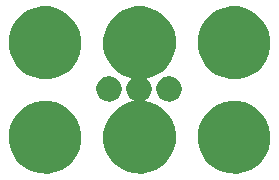
<source format=gts>
%TF.GenerationSoftware,KiCad,Pcbnew,4.0.5-e0-6337~49~ubuntu16.04.1*%
%TF.CreationDate,2017-01-20T19:49:59-08:00*%
%TF.ProjectId,2x3-Servo-Header,3278332D536572766F2D486561646572,1.0*%
%TF.FileFunction,Soldermask,Top*%
%FSLAX46Y46*%
G04 Gerber Fmt 4.6, Leading zero omitted, Abs format (unit mm)*
G04 Created by KiCad (PCBNEW 4.0.5-e0-6337~49~ubuntu16.04.1) date Fri Jan 20 19:49:59 2017*
%MOMM*%
%LPD*%
G01*
G04 APERTURE LIST*
%ADD10C,0.350000*%
G04 APERTURE END LIST*
D10*
G36*
X130540750Y-98718887D02*
X131131695Y-98840191D01*
X131687838Y-99073972D01*
X132187974Y-99411318D01*
X132613061Y-99839383D01*
X132946906Y-100341861D01*
X133176796Y-100899616D01*
X133293904Y-101491054D01*
X133293904Y-101491064D01*
X133293971Y-101491403D01*
X133284350Y-102180456D01*
X133284273Y-102180794D01*
X133284273Y-102180802D01*
X133150697Y-102768741D01*
X132905325Y-103319856D01*
X132557577Y-103812818D01*
X132120702Y-104228849D01*
X131611340Y-104552101D01*
X131048894Y-104770259D01*
X130454787Y-104875016D01*
X129851643Y-104862382D01*
X129262440Y-104732837D01*
X128709622Y-104491317D01*
X128214247Y-104147022D01*
X127795177Y-103713063D01*
X127468378Y-103205970D01*
X127246296Y-102645054D01*
X127137395Y-102051698D01*
X127145817Y-101448481D01*
X127271246Y-100858387D01*
X127508899Y-100303898D01*
X127849731Y-99806128D01*
X128280752Y-99384040D01*
X128785553Y-99053708D01*
X129344899Y-98827717D01*
X129937485Y-98714676D01*
X130540750Y-98718887D01*
X130540750Y-98718887D01*
G37*
G36*
X138540750Y-90718887D02*
X139131695Y-90840191D01*
X139687838Y-91073972D01*
X140187974Y-91411318D01*
X140613061Y-91839383D01*
X140946906Y-92341861D01*
X141176796Y-92899616D01*
X141293904Y-93491054D01*
X141293904Y-93491064D01*
X141293971Y-93491403D01*
X141284350Y-94180456D01*
X141284273Y-94180794D01*
X141284273Y-94180802D01*
X141150697Y-94768741D01*
X140905325Y-95319856D01*
X140557577Y-95812818D01*
X140120702Y-96228849D01*
X139611340Y-96552101D01*
X139048894Y-96770259D01*
X138897074Y-96797029D01*
X138883485Y-96801467D01*
X138871672Y-96809515D01*
X138862568Y-96820536D01*
X138856894Y-96833657D01*
X138855101Y-96847838D01*
X138857330Y-96861958D01*
X138863404Y-96874898D01*
X138869849Y-96882852D01*
X138995673Y-97009558D01*
X139112467Y-97185348D01*
X139192893Y-97380476D01*
X139233818Y-97587164D01*
X139233818Y-97587169D01*
X139233886Y-97587513D01*
X139230520Y-97828576D01*
X139230443Y-97828914D01*
X139230443Y-97828923D01*
X139183762Y-98034389D01*
X139097921Y-98227192D01*
X138976261Y-98399655D01*
X138823422Y-98545202D01*
X138653702Y-98652910D01*
X138642830Y-98662192D01*
X138634975Y-98674134D01*
X138630757Y-98687793D01*
X138630512Y-98702085D01*
X138634258Y-98715881D01*
X138641700Y-98728086D01*
X138652247Y-98737735D01*
X138670707Y-98745564D01*
X139131695Y-98840191D01*
X139687838Y-99073972D01*
X140187974Y-99411318D01*
X140613061Y-99839383D01*
X140946906Y-100341861D01*
X141176796Y-100899616D01*
X141293904Y-101491054D01*
X141293904Y-101491064D01*
X141293971Y-101491403D01*
X141284350Y-102180456D01*
X141284273Y-102180794D01*
X141284273Y-102180802D01*
X141150697Y-102768741D01*
X140905325Y-103319856D01*
X140557577Y-103812818D01*
X140120702Y-104228849D01*
X139611340Y-104552101D01*
X139048894Y-104770259D01*
X138454787Y-104875016D01*
X137851643Y-104862382D01*
X137262440Y-104732837D01*
X136709622Y-104491317D01*
X136214247Y-104147022D01*
X135795177Y-103713063D01*
X135468378Y-103205970D01*
X135246296Y-102645054D01*
X135137395Y-102051698D01*
X135145817Y-101448481D01*
X135271246Y-100858387D01*
X135508899Y-100303898D01*
X135849731Y-99806128D01*
X136280752Y-99384040D01*
X136785553Y-99053708D01*
X137344899Y-98827717D01*
X137686012Y-98762647D01*
X137699537Y-98758020D01*
X137711237Y-98749807D01*
X137720187Y-98738661D01*
X137725676Y-98725462D01*
X137727271Y-98711257D01*
X137724846Y-98697169D01*
X137718591Y-98684315D01*
X137709004Y-98673712D01*
X137696831Y-98666196D01*
X137630062Y-98637025D01*
X137456759Y-98516576D01*
X137310148Y-98364757D01*
X137195818Y-98187350D01*
X137118121Y-97991112D01*
X137080024Y-97783532D01*
X137082970Y-97572498D01*
X137126851Y-97366053D01*
X137209993Y-97172068D01*
X137329233Y-96997923D01*
X137470923Y-96859169D01*
X137479627Y-96847830D01*
X137484828Y-96834515D01*
X137486114Y-96820278D01*
X137483382Y-96806247D01*
X137476849Y-96793532D01*
X137467033Y-96783141D01*
X137454710Y-96775896D01*
X137446289Y-96773259D01*
X137262440Y-96732837D01*
X136709622Y-96491317D01*
X136214247Y-96147022D01*
X135795177Y-95713063D01*
X135468378Y-95205970D01*
X135246296Y-94645054D01*
X135137395Y-94051698D01*
X135145817Y-93448481D01*
X135271246Y-92858387D01*
X135508899Y-92303898D01*
X135849731Y-91806128D01*
X136280752Y-91384040D01*
X136785553Y-91053708D01*
X137344899Y-90827717D01*
X137937485Y-90714676D01*
X138540750Y-90718887D01*
X138540750Y-90718887D01*
G37*
G36*
X146540750Y-98718887D02*
X147131695Y-98840191D01*
X147687838Y-99073972D01*
X148187974Y-99411318D01*
X148613061Y-99839383D01*
X148946906Y-100341861D01*
X149176796Y-100899616D01*
X149293904Y-101491054D01*
X149293904Y-101491064D01*
X149293971Y-101491403D01*
X149284350Y-102180456D01*
X149284273Y-102180794D01*
X149284273Y-102180802D01*
X149150697Y-102768741D01*
X148905325Y-103319856D01*
X148557577Y-103812818D01*
X148120702Y-104228849D01*
X147611340Y-104552101D01*
X147048894Y-104770259D01*
X146454787Y-104875016D01*
X145851643Y-104862382D01*
X145262440Y-104732837D01*
X144709622Y-104491317D01*
X144214247Y-104147022D01*
X143795177Y-103713063D01*
X143468378Y-103205970D01*
X143246296Y-102645054D01*
X143137395Y-102051698D01*
X143145817Y-101448481D01*
X143271246Y-100858387D01*
X143508899Y-100303898D01*
X143849731Y-99806128D01*
X144280752Y-99384040D01*
X144785553Y-99053708D01*
X145344899Y-98827717D01*
X145937485Y-98714676D01*
X146540750Y-98718887D01*
X146540750Y-98718887D01*
G37*
G36*
X135730682Y-96617555D02*
X135937417Y-96659992D01*
X136131987Y-96741781D01*
X136306958Y-96859801D01*
X136455673Y-97009558D01*
X136572467Y-97185348D01*
X136652893Y-97380476D01*
X136693818Y-97587164D01*
X136693818Y-97587169D01*
X136693886Y-97587513D01*
X136690520Y-97828576D01*
X136690443Y-97828914D01*
X136690443Y-97828923D01*
X136643762Y-98034389D01*
X136557921Y-98227192D01*
X136436261Y-98399655D01*
X136283422Y-98545202D01*
X136105224Y-98658290D01*
X135908450Y-98734613D01*
X135700607Y-98771262D01*
X135489597Y-98766842D01*
X135283465Y-98721521D01*
X135090062Y-98637025D01*
X134916759Y-98516576D01*
X134770148Y-98364757D01*
X134655818Y-98187350D01*
X134578121Y-97991112D01*
X134540024Y-97783532D01*
X134542970Y-97572498D01*
X134586851Y-97366053D01*
X134669993Y-97172068D01*
X134789233Y-96997923D01*
X134940024Y-96850257D01*
X135116628Y-96734691D01*
X135312315Y-96655628D01*
X135519627Y-96616082D01*
X135730682Y-96617555D01*
X135730682Y-96617555D01*
G37*
G36*
X140810682Y-96617555D02*
X141017417Y-96659992D01*
X141211987Y-96741781D01*
X141386958Y-96859801D01*
X141535673Y-97009558D01*
X141652467Y-97185348D01*
X141732893Y-97380476D01*
X141773818Y-97587164D01*
X141773818Y-97587169D01*
X141773886Y-97587513D01*
X141770520Y-97828576D01*
X141770443Y-97828914D01*
X141770443Y-97828923D01*
X141723762Y-98034389D01*
X141637921Y-98227192D01*
X141516261Y-98399655D01*
X141363422Y-98545202D01*
X141185224Y-98658290D01*
X140988450Y-98734613D01*
X140780607Y-98771262D01*
X140569597Y-98766842D01*
X140363465Y-98721521D01*
X140170062Y-98637025D01*
X139996759Y-98516576D01*
X139850148Y-98364757D01*
X139735818Y-98187350D01*
X139658121Y-97991112D01*
X139620024Y-97783532D01*
X139622970Y-97572498D01*
X139666851Y-97366053D01*
X139749993Y-97172068D01*
X139869233Y-96997923D01*
X140020024Y-96850257D01*
X140196628Y-96734691D01*
X140392315Y-96655628D01*
X140599627Y-96616082D01*
X140810682Y-96617555D01*
X140810682Y-96617555D01*
G37*
G36*
X130540750Y-90718887D02*
X131131695Y-90840191D01*
X131687838Y-91073972D01*
X132187974Y-91411318D01*
X132613061Y-91839383D01*
X132946906Y-92341861D01*
X133176796Y-92899616D01*
X133293904Y-93491054D01*
X133293904Y-93491064D01*
X133293971Y-93491403D01*
X133284350Y-94180456D01*
X133284273Y-94180794D01*
X133284273Y-94180802D01*
X133150697Y-94768741D01*
X132905325Y-95319856D01*
X132557577Y-95812818D01*
X132120702Y-96228849D01*
X131611340Y-96552101D01*
X131048894Y-96770259D01*
X130454787Y-96875016D01*
X129851643Y-96862382D01*
X129262440Y-96732837D01*
X128709622Y-96491317D01*
X128214247Y-96147022D01*
X127795177Y-95713063D01*
X127468378Y-95205970D01*
X127246296Y-94645054D01*
X127137395Y-94051698D01*
X127145817Y-93448481D01*
X127271246Y-92858387D01*
X127508899Y-92303898D01*
X127849731Y-91806128D01*
X128280752Y-91384040D01*
X128785553Y-91053708D01*
X129344899Y-90827717D01*
X129937485Y-90714676D01*
X130540750Y-90718887D01*
X130540750Y-90718887D01*
G37*
G36*
X146540750Y-90718887D02*
X147131695Y-90840191D01*
X147687838Y-91073972D01*
X148187974Y-91411318D01*
X148613061Y-91839383D01*
X148946906Y-92341861D01*
X149176796Y-92899616D01*
X149293904Y-93491054D01*
X149293904Y-93491064D01*
X149293971Y-93491403D01*
X149284350Y-94180456D01*
X149284273Y-94180794D01*
X149284273Y-94180802D01*
X149150697Y-94768741D01*
X148905325Y-95319856D01*
X148557577Y-95812818D01*
X148120702Y-96228849D01*
X147611340Y-96552101D01*
X147048894Y-96770259D01*
X146454787Y-96875016D01*
X145851643Y-96862382D01*
X145262440Y-96732837D01*
X144709622Y-96491317D01*
X144214247Y-96147022D01*
X143795177Y-95713063D01*
X143468378Y-95205970D01*
X143246296Y-94645054D01*
X143137395Y-94051698D01*
X143145817Y-93448481D01*
X143271246Y-92858387D01*
X143508899Y-92303898D01*
X143849731Y-91806128D01*
X144280752Y-91384040D01*
X144785553Y-91053708D01*
X145344899Y-90827717D01*
X145937485Y-90714676D01*
X146540750Y-90718887D01*
X146540750Y-90718887D01*
G37*
M02*

</source>
